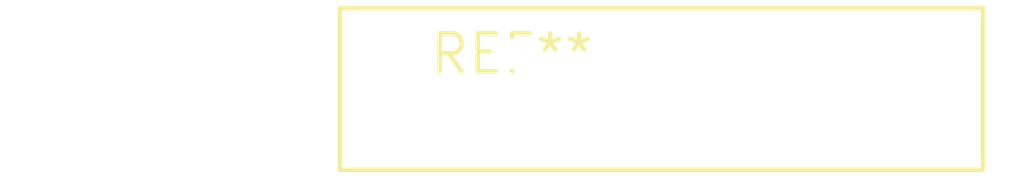
<source format=kicad_pcb>
(kicad_pcb (version 20240108) (generator pcbnew)
  (layers (0 "F.Cu" signal) (31 "B.Cu" signal) (34 "B.Paste" user) (35 "F.Paste" user) (36 "B.SilkS" user "B.Silkscreen") (37 "F.SilkS" user "F.Silkscreen") (38 "B.Mask" user) (39 "F.Mask" user) (44 "Edge.Cuts" user))
  (net 0 "")
  (footprint "RV_Disc_D21.5mm_W5.4mm_P10mm" (layer "F.Cu") (at 0 0)
    (property "Reference" "REF**")
    (property "Value" "RV_Disc_D21.5mm_W5.4mm_P10mm")
    (fp_line (start -5.75 -1.525) (end -5.75 3.875) (layer "F.SilkS") (stroke (width 0.15)))
    (fp_line (start -5.75 -1.525) (end 15.75 -1.525) (layer "F.SilkS") (stroke (width 0.15)))
    (fp_line (start -5.75 3.875) (end 15.75 3.875) (layer "F.SilkS") (stroke (width 0.15)))
    (fp_line (start 15.75 -1.525) (end 15.75 3.875) (layer "F.SilkS") (stroke (width 0.15)))
    (pad "1" thru_hole circle (at 0 0) (size 2 2) (drill 1) (layers *.Cu *.Mask) (remove_unused_layers))
    (pad "2" thru_hole circle (at 10 2.35) (size 2 2) (drill 1) (layers *.Cu *.Mask) (remove_unused_layers))
  )
)
</source>
